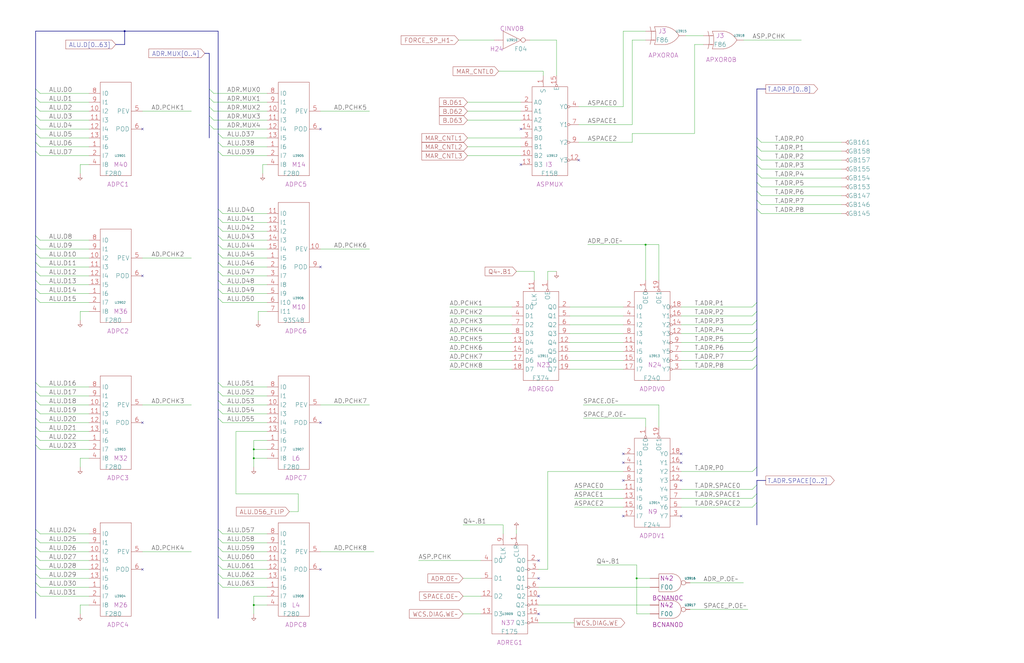
<source format=kicad_sch>
(kicad_sch (version 20250114) (generator "eeschema") (generator_version "9.0")
  (paper "User" 584.2 378.46)
  (title_block (title "ADDRESS BUS PARITY\\nPARITY") (date "15-MAR-90") (rev "1.0") (comment 1 "TYPE") (comment 2 "232-003062") (comment 3 "S400") (comment 4 "RELEASED"))
  (junction (at 144.78 345.44))
  (junction (at 71.12 17.78))
  (junction (at 144.78 261.62))
  (junction (at 368.3 139.7))
  (junction (at 363.22 330.2))
  (junction (at 144.78 256.54))
  (no_connect (at 388.62 259.08))
  (no_connect (at 81.28 157.48))
  (no_connect (at 388.62 274.32))
  (no_connect (at 307.34 350.52))
  (no_connect (at 355.6 259.08))
  (no_connect (at 182.88 325.12))
  (no_connect (at 355.6 294.64))
  (no_connect (at 182.88 73.66))
  (no_connect (at 307.34 320.04))
  (no_connect (at 388.62 294.64))
  (no_connect (at 355.6 264.16))
  (no_connect (at 307.34 340.36))
  (no_connect (at 307.34 330.2))
  (no_connect (at 182.88 241.3))
  (no_connect (at 297.18 73.66))
  (no_connect (at 81.28 241.3))
  (no_connect (at 355.6 274.32))
  (no_connect (at 81.28 325.12))
  (no_connect (at 81.28 73.66))
  (no_connect (at 297.18 93.98))
  (no_connect (at 388.62 264.16))
  (no_connect (at 182.88 152.4))
  (no_connect (at 330.2 91.44))
  (bus_entry (at 20.32 238.76) (size 2.54 2.54))
  (bus_entry (at 431.8 93.98) (size 2.54 2.54))
  (bus_entry (at 124.46 160.02) (size 2.54 2.54))
  (bus_entry (at 119.38 66.04) (size 2.54 2.54))
  (bus_entry (at 431.8 203.2) (size -2.54 2.54))
  (bus_entry (at 20.32 223.52) (size 2.54 2.54))
  (bus_entry (at 20.32 66.04) (size 2.54 2.54))
  (bus_entry (at 124.46 149.86) (size 2.54 2.54))
  (bus_entry (at 124.46 228.6) (size 2.54 2.54))
  (bus_entry (at 431.8 193.04) (size -2.54 2.54))
  (bus_entry (at 20.32 149.86) (size 2.54 2.54))
  (bus_entry (at 124.46 170.18) (size 2.54 2.54))
  (bus_entry (at 431.8 276.86) (size -2.54 2.54))
  (bus_entry (at 20.32 139.7) (size 2.54 2.54))
  (bus_entry (at 431.8 266.7) (size -2.54 2.54))
  (bus_entry (at 124.46 302.26) (size 2.54 2.54))
  (bus_entry (at 431.8 172.72) (size -2.54 2.54))
  (bus_entry (at 124.46 165.1) (size 2.54 2.54))
  (bus_entry (at 20.32 317.5) (size 2.54 2.54))
  (bus_entry (at 124.46 312.42) (size 2.54 2.54))
  (bus_entry (at 124.46 86.36) (size 2.54 2.54))
  (bus_entry (at 431.8 281.94) (size -2.54 2.54))
  (bus_entry (at 20.32 254) (size 2.54 2.54))
  (bus_entry (at 124.46 76.2) (size 2.54 2.54))
  (bus_entry (at 20.32 248.92) (size 2.54 2.54))
  (bus_entry (at 124.46 144.78) (size 2.54 2.54))
  (bus_entry (at 119.38 71.12) (size 2.54 2.54))
  (bus_entry (at 20.32 337.82) (size 2.54 2.54))
  (bus_entry (at 431.8 182.88) (size -2.54 2.54))
  (bus_entry (at 124.46 154.94) (size 2.54 2.54))
  (bus_entry (at 119.38 55.88) (size 2.54 2.54))
  (bus_entry (at 124.46 119.38) (size 2.54 2.54))
  (bus_entry (at 124.46 317.5) (size 2.54 2.54))
  (bus_entry (at 124.46 218.44) (size 2.54 2.54))
  (bus_entry (at 431.8 83.82) (size 2.54 2.54))
  (bus_entry (at 431.8 187.96) (size -2.54 2.54))
  (bus_entry (at 20.32 50.8) (size 2.54 2.54))
  (bus_entry (at 20.32 86.36) (size 2.54 2.54))
  (bus_entry (at 431.8 99.06) (size 2.54 2.54))
  (bus_entry (at 124.46 81.28) (size 2.54 2.54))
  (bus_entry (at 20.32 327.66) (size 2.54 2.54))
  (bus_entry (at 20.32 71.12) (size 2.54 2.54))
  (bus_entry (at 20.32 144.78) (size 2.54 2.54))
  (bus_entry (at 431.8 88.9) (size 2.54 2.54))
  (bus_entry (at 20.32 322.58) (size 2.54 2.54))
  (bus_entry (at 124.46 238.76) (size 2.54 2.54))
  (bus_entry (at 431.8 208.28) (size -2.54 2.54))
  (bus_entry (at 431.8 114.3) (size 2.54 2.54))
  (bus_entry (at 20.32 233.68) (size 2.54 2.54))
  (bus_entry (at 124.46 322.58) (size 2.54 2.54))
  (bus_entry (at 124.46 134.62) (size 2.54 2.54))
  (bus_entry (at 124.46 124.46) (size 2.54 2.54))
  (bus_entry (at 124.46 139.7) (size 2.54 2.54))
  (bus_entry (at 20.32 307.34) (size 2.54 2.54))
  (bus_entry (at 20.32 302.26) (size 2.54 2.54))
  (bus_entry (at 20.32 55.88) (size 2.54 2.54))
  (bus_entry (at 20.32 154.94) (size 2.54 2.54))
  (bus_entry (at 431.8 119.38) (size 2.54 2.54))
  (bus_entry (at 20.32 81.28) (size 2.54 2.54))
  (bus_entry (at 431.8 109.22) (size 2.54 2.54))
  (bus_entry (at 124.46 233.68) (size 2.54 2.54))
  (bus_entry (at 20.32 243.84) (size 2.54 2.54))
  (bus_entry (at 124.46 332.74) (size 2.54 2.54))
  (bus_entry (at 124.46 307.34) (size 2.54 2.54))
  (bus_entry (at 431.8 198.12) (size -2.54 2.54))
  (bus_entry (at 119.38 60.96) (size 2.54 2.54))
  (bus_entry (at 124.46 327.66) (size 2.54 2.54))
  (bus_entry (at 124.46 223.52) (size 2.54 2.54))
  (bus_entry (at 431.8 78.74) (size 2.54 2.54))
  (bus_entry (at 20.32 160.02) (size 2.54 2.54))
  (bus_entry (at 20.32 312.42) (size 2.54 2.54))
  (bus_entry (at 20.32 76.2) (size 2.54 2.54))
  (bus_entry (at 20.32 165.1) (size 2.54 2.54))
  (bus_entry (at 119.38 50.8) (size 2.54 2.54))
  (bus_entry (at 20.32 332.74) (size 2.54 2.54))
  (bus_entry (at 20.32 170.18) (size 2.54 2.54))
  (bus_entry (at 20.32 218.44) (size 2.54 2.54))
  (bus_entry (at 124.46 129.54) (size 2.54 2.54))
  (bus_entry (at 431.8 287.02) (size -2.54 2.54))
  (bus_entry (at 20.32 134.62) (size 2.54 2.54))
  (bus_entry (at 20.32 60.96) (size 2.54 2.54))
  (bus_entry (at 20.32 228.6) (size 2.54 2.54))
  (bus_entry (at 431.8 104.14) (size 2.54 2.54))
  (bus_entry (at 431.8 177.8) (size -2.54 2.54))
  (bus (pts (xy 124.46 129.54) (xy 124.46 134.62)))
  (bus (pts (xy 431.8 182.88) (xy 431.8 187.96)))
  (bus (pts (xy 20.32 243.84) (xy 20.32 248.92)))
  (bus (pts (xy 20.32 160.02) (xy 20.32 165.1)))
  (wire (pts (xy 22.86 314.96) (xy 50.8 314.96)))
  (wire (pts (xy 434.34 91.44) (xy 480.06 91.44)))
  (wire (pts (xy 50.8 177.8) (xy 45.72 177.8)))
  (wire (pts (xy 22.86 340.36) (xy 50.8 340.36)))
  (wire (pts (xy 22.86 251.46) (xy 50.8 251.46)))
  (bus (pts (xy 20.32 76.2) (xy 20.32 81.28)))
  (wire (pts (xy 22.86 330.2) (xy 50.8 330.2)))
  (wire (pts (xy 375.92 160.02) (xy 375.92 139.7)))
  (wire (pts (xy 368.3 139.7) (xy 335.28 139.7)))
  (wire (pts (xy 307.34 325.12) (xy 312.42 325.12)))
  (wire (pts (xy 396.24 76.2) (xy 396.24 25.4)))
  (wire (pts (xy 363.22 330.2) (xy 370.84 330.2)))
  (wire (pts (xy 312.42 154.94) (xy 312.42 160.02)))
  (wire (pts (xy 22.86 68.58) (xy 50.8 68.58)))
  (wire (pts (xy 144.78 256.54) (xy 152.4 256.54)))
  (wire (pts (xy 363.22 322.58) (xy 340.36 322.58)))
  (bus (pts (xy 124.46 144.78) (xy 124.46 149.86)))
  (wire (pts (xy 325.12 205.74) (xy 355.6 205.74)))
  (wire (pts (xy 127 325.12) (xy 152.4 325.12)))
  (wire (pts (xy 152.4 345.44) (xy 144.78 345.44)))
  (bus (pts (xy 124.46 317.5) (xy 124.46 322.58)))
  (bus (pts (xy 20.32 50.8) (xy 20.32 55.88)))
  (wire (pts (xy 144.78 256.54) (xy 144.78 261.62)))
  (bus (pts (xy 124.46 302.26) (xy 124.46 307.34)))
  (wire (pts (xy 294.64 302.26) (xy 294.64 304.8)))
  (bus (pts (xy 431.8 104.14) (xy 431.8 109.22)))
  (bus (pts (xy 20.32 337.82) (xy 20.32 353.06)))
  (bus (pts (xy 124.46 218.44) (xy 124.46 223.52)))
  (wire (pts (xy 22.86 231.14) (xy 50.8 231.14)))
  (bus (pts (xy 124.46 228.6) (xy 124.46 233.68)))
  (bus (pts (xy 124.46 170.18) (xy 124.46 218.44)))
  (wire (pts (xy 147.32 177.8) (xy 147.32 182.88)))
  (bus (pts (xy 124.46 312.42) (xy 124.46 317.5)))
  (wire (pts (xy 256.54 175.26) (xy 292.1 175.26)))
  (wire (pts (xy 307.34 345.44) (xy 370.84 345.44)))
  (wire (pts (xy 434.34 96.52) (xy 480.06 96.52)))
  (wire (pts (xy 127 147.32) (xy 152.4 147.32)))
  (wire (pts (xy 22.86 63.5) (xy 50.8 63.5)))
  (wire (pts (xy 127 78.74) (xy 152.4 78.74)))
  (bus (pts (xy 20.32 154.94) (xy 20.32 160.02)))
  (bus (pts (xy 20.32 71.12) (xy 20.32 76.2)))
  (bus (pts (xy 20.32 302.26) (xy 20.32 307.34)))
  (bus (pts (xy 20.32 307.34) (xy 20.32 312.42)))
  (bus (pts (xy 20.32 218.44) (xy 20.32 223.52)))
  (wire (pts (xy 152.4 177.8) (xy 147.32 177.8)))
  (wire (pts (xy 45.72 93.98) (xy 45.72 99.06)))
  (wire (pts (xy 127 142.24) (xy 152.4 142.24)))
  (wire (pts (xy 22.86 78.74) (xy 50.8 78.74)))
  (wire (pts (xy 127 137.16) (xy 152.4 137.16)))
  (bus (pts (xy 20.32 134.62) (xy 20.32 139.7)))
  (wire (pts (xy 50.8 261.62) (xy 45.72 261.62)))
  (bus (pts (xy 20.32 55.88) (xy 20.32 60.96)))
  (bus (pts (xy 20.32 327.66) (xy 20.32 332.74)))
  (wire (pts (xy 127 335.28) (xy 152.4 335.28)))
  (wire (pts (xy 264.16 350.52) (xy 274.32 350.52)))
  (wire (pts (xy 81.28 314.96) (xy 109.22 314.96)))
  (wire (pts (xy 434.34 116.84) (xy 480.06 116.84)))
  (wire (pts (xy 317.5 154.94) (xy 312.42 154.94)))
  (wire (pts (xy 256.54 190.5) (xy 292.1 190.5)))
  (wire (pts (xy 22.86 226.06) (xy 50.8 226.06)))
  (wire (pts (xy 388.62 180.34) (xy 429.26 180.34)))
  (wire (pts (xy 312.42 269.24) (xy 355.6 269.24)))
  (bus (pts (xy 431.8 50.8) (xy 436.88 50.8)))
  (wire (pts (xy 182.88 231.14) (xy 210.82 231.14)))
  (wire (pts (xy 134.62 246.38) (xy 152.4 246.38)))
  (bus (pts (xy 124.46 238.76) (xy 124.46 302.26)))
  (bus (pts (xy 20.32 332.74) (xy 20.32 337.82)))
  (bus (pts (xy 431.8 78.74) (xy 431.8 83.82)))
  (wire (pts (xy 325.12 210.82) (xy 355.6 210.82)))
  (wire (pts (xy 144.78 340.36) (xy 144.78 345.44)))
  (wire (pts (xy 434.34 101.6) (xy 480.06 101.6)))
  (bus (pts (xy 431.8 93.98) (xy 431.8 99.06)))
  (wire (pts (xy 127 88.9) (xy 152.4 88.9)))
  (wire (pts (xy 121.92 53.34) (xy 152.4 53.34)))
  (wire (pts (xy 396.24 25.4) (xy 401.32 25.4)))
  (bus (pts (xy 431.8 187.96) (xy 431.8 193.04)))
  (wire (pts (xy 325.12 175.26) (xy 355.6 175.26)))
  (wire (pts (xy 127 152.4) (xy 152.4 152.4)))
  (wire (pts (xy 22.86 325.12) (xy 50.8 325.12)))
  (bus (pts (xy 124.46 124.46) (xy 124.46 129.54)))
  (bus (pts (xy 119.38 66.04) (xy 119.38 71.12)))
  (bus (pts (xy 431.8 172.72) (xy 431.8 177.8)))
  (bus (pts (xy 431.8 193.04) (xy 431.8 198.12)))
  (wire (pts (xy 388.62 200.66) (xy 429.26 200.66)))
  (wire (pts (xy 170.18 281.94) (xy 134.62 281.94)))
  (wire (pts (xy 22.86 220.98) (xy 50.8 220.98)))
  (wire (pts (xy 388.62 185.42) (xy 429.26 185.42)))
  (wire (pts (xy 388.62 289.56) (xy 429.26 289.56)))
  (wire (pts (xy 434.34 86.36) (xy 480.06 86.36)))
  (wire (pts (xy 81.28 231.14) (xy 109.22 231.14)))
  (bus (pts (xy 66.04 25.4) (xy 71.12 25.4)))
  (wire (pts (xy 434.34 106.68) (xy 480.06 106.68)))
  (wire (pts (xy 266.7 78.74) (xy 297.18 78.74)))
  (wire (pts (xy 127 226.06) (xy 152.4 226.06)))
  (bus (pts (xy 20.32 312.42) (xy 20.32 317.5)))
  (bus (pts (xy 431.8 177.8) (xy 431.8 182.88)))
  (wire (pts (xy 127 309.88) (xy 152.4 309.88)))
  (wire (pts (xy 127 320.04) (xy 152.4 320.04)))
  (wire (pts (xy 393.7 332.74) (xy 424.18 332.74)))
  (wire (pts (xy 238.76 320.04) (xy 274.32 320.04)))
  (wire (pts (xy 144.78 345.44) (xy 144.78 350.52)))
  (bus (pts (xy 124.46 76.2) (xy 124.46 81.28)))
  (wire (pts (xy 22.86 335.28) (xy 50.8 335.28)))
  (wire (pts (xy 256.54 185.42) (xy 292.1 185.42)))
  (bus (pts (xy 20.32 81.28) (xy 20.32 86.36)))
  (wire (pts (xy 127 132.08) (xy 152.4 132.08)))
  (bus (pts (xy 20.32 165.1) (xy 20.32 170.18)))
  (wire (pts (xy 330.2 81.28) (xy 360.68 81.28)))
  (bus (pts (xy 20.32 233.68) (xy 20.32 238.76)))
  (wire (pts (xy 264.16 330.2) (xy 274.32 330.2)))
  (wire (pts (xy 325.12 180.34) (xy 355.6 180.34)))
  (wire (pts (xy 50.8 345.44) (xy 45.72 345.44)))
  (wire (pts (xy 152.4 340.36) (xy 144.78 340.36)))
  (bus (pts (xy 116.84 30.48) (xy 119.38 30.48)))
  (wire (pts (xy 182.88 314.96) (xy 213.36 314.96)))
  (wire (pts (xy 22.86 147.32) (xy 50.8 147.32)))
  (bus (pts (xy 20.32 254) (xy 20.32 302.26)))
  (wire (pts (xy 370.84 350.52) (xy 363.22 350.52)))
  (wire (pts (xy 152.4 93.98) (xy 149.86 93.98)))
  (wire (pts (xy 22.86 53.34) (xy 50.8 53.34)))
  (wire (pts (xy 121.92 58.42) (xy 152.4 58.42)))
  (wire (pts (xy 127 172.72) (xy 152.4 172.72)))
  (bus (pts (xy 431.8 83.82) (xy 431.8 88.9)))
  (wire (pts (xy 127 157.48) (xy 152.4 157.48)))
  (wire (pts (xy 81.28 63.5) (xy 109.22 63.5)))
  (bus (pts (xy 431.8 276.86) (xy 431.8 281.94)))
  (bus (pts (xy 431.8 109.22) (xy 431.8 114.3)))
  (bus (pts (xy 20.32 60.96) (xy 20.32 66.04)))
  (wire (pts (xy 360.68 22.86) (xy 368.3 22.86)))
  (bus (pts (xy 431.8 198.12) (xy 431.8 203.2)))
  (wire (pts (xy 363.22 330.2) (xy 363.22 322.58)))
  (bus (pts (xy 431.8 274.32) (xy 436.88 274.32)))
  (bus (pts (xy 20.32 317.5) (xy 20.32 322.58)))
  (wire (pts (xy 309.88 40.64) (xy 309.88 43.18)))
  (bus (pts (xy 431.8 281.94) (xy 431.8 287.02)))
  (wire (pts (xy 434.34 111.76) (xy 480.06 111.76)))
  (wire (pts (xy 434.34 81.28) (xy 480.06 81.28)))
  (wire (pts (xy 22.86 88.9) (xy 50.8 88.9)))
  (wire (pts (xy 127 330.2) (xy 152.4 330.2)))
  (wire (pts (xy 388.62 190.5) (xy 429.26 190.5)))
  (wire (pts (xy 330.2 60.96) (xy 355.6 60.96)))
  (wire (pts (xy 360.68 71.12) (xy 360.68 22.86)))
  (bus (pts (xy 124.46 160.02) (xy 124.46 165.1)))
  (bus (pts (xy 124.46 233.68) (xy 124.46 238.76)))
  (wire (pts (xy 256.54 195.58) (xy 292.1 195.58)))
  (wire (pts (xy 391.16 20.32) (xy 401.32 20.32)))
  (wire (pts (xy 22.86 137.16) (xy 50.8 137.16)))
  (wire (pts (xy 127 231.14) (xy 152.4 231.14)))
  (wire (pts (xy 325.12 190.5) (xy 355.6 190.5)))
  (bus (pts (xy 124.46 165.1) (xy 124.46 170.18)))
  (wire (pts (xy 22.86 152.4) (xy 50.8 152.4)))
  (bus (pts (xy 431.8 274.32) (xy 431.8 276.86)))
  (wire (pts (xy 360.68 76.2) (xy 396.24 76.2)))
  (wire (pts (xy 127 236.22) (xy 152.4 236.22)))
  (wire (pts (xy 127 167.64) (xy 152.4 167.64)))
  (wire (pts (xy 165.1 292.1) (xy 170.18 292.1)))
  (bus (pts (xy 20.32 139.7) (xy 20.32 144.78)))
  (wire (pts (xy 325.12 185.42) (xy 355.6 185.42)))
  (wire (pts (xy 127 314.96) (xy 152.4 314.96)))
  (bus (pts (xy 20.32 17.78) (xy 20.32 50.8)))
  (wire (pts (xy 284.48 40.64) (xy 309.88 40.64)))
  (bus (pts (xy 431.8 88.9) (xy 431.8 93.98)))
  (wire (pts (xy 182.88 63.5) (xy 210.82 63.5)))
  (wire (pts (xy 363.22 350.52) (xy 363.22 330.2)))
  (bus (pts (xy 431.8 208.28) (xy 431.8 266.7)))
  (bus (pts (xy 431.8 50.8) (xy 431.8 78.74)))
  (wire (pts (xy 388.62 279.4) (xy 429.26 279.4)))
  (bus (pts (xy 124.46 81.28) (xy 124.46 86.36)))
  (wire (pts (xy 22.86 172.72) (xy 50.8 172.72)))
  (wire (pts (xy 266.7 83.82) (xy 297.18 83.82)))
  (wire (pts (xy 393.7 347.98) (xy 426.72 347.98)))
  (bus (pts (xy 124.46 17.78) (xy 124.46 76.2)))
  (wire (pts (xy 266.7 88.9) (xy 297.18 88.9)))
  (wire (pts (xy 388.62 175.26) (xy 429.26 175.26)))
  (wire (pts (xy 368.3 238.76) (xy 332.74 238.76)))
  (wire (pts (xy 134.62 281.94) (xy 134.62 246.38)))
  (bus (pts (xy 124.46 134.62) (xy 124.46 139.7)))
  (bus (pts (xy 431.8 287.02) (xy 431.8 299.72)))
  (wire (pts (xy 50.8 93.98) (xy 45.72 93.98)))
  (wire (pts (xy 22.86 83.82) (xy 50.8 83.82)))
  (wire (pts (xy 127 304.8) (xy 152.4 304.8)))
  (wire (pts (xy 22.86 304.8) (xy 50.8 304.8)))
  (wire (pts (xy 424.18 22.86) (xy 457.2 22.86)))
  (wire (pts (xy 127 83.82) (xy 152.4 83.82)))
  (wire (pts (xy 368.3 243.84) (xy 368.3 238.76)))
  (wire (pts (xy 388.62 195.58) (xy 429.26 195.58)))
  (wire (pts (xy 256.54 180.34) (xy 292.1 180.34)))
  (wire (pts (xy 121.92 73.66) (xy 152.4 73.66)))
  (wire (pts (xy 256.54 210.82) (xy 292.1 210.82)))
  (wire (pts (xy 45.72 177.8) (xy 45.72 182.88)))
  (bus (pts (xy 71.12 25.4) (xy 71.12 17.78)))
  (wire (pts (xy 327.66 289.56) (xy 355.6 289.56)))
  (wire (pts (xy 127 127) (xy 152.4 127)))
  (wire (pts (xy 22.86 58.42) (xy 50.8 58.42)))
  (bus (pts (xy 124.46 307.34) (xy 124.46 312.42)))
  (wire (pts (xy 266.7 58.42) (xy 297.18 58.42)))
  (wire (pts (xy 388.62 205.74) (xy 429.26 205.74)))
  (wire (pts (xy 144.78 251.46) (xy 144.78 256.54)))
  (wire (pts (xy 22.86 162.56) (xy 50.8 162.56)))
  (wire (pts (xy 375.92 243.84) (xy 375.92 231.14)))
  (wire (pts (xy 302.26 22.86) (xy 317.5 22.86)))
  (wire (pts (xy 312.42 325.12) (xy 312.42 269.24)))
  (bus (pts (xy 119.38 55.88) (xy 119.38 60.96)))
  (wire (pts (xy 81.28 147.32) (xy 109.22 147.32)))
  (wire (pts (xy 325.12 195.58) (xy 355.6 195.58)))
  (wire (pts (xy 22.86 167.64) (xy 50.8 167.64)))
  (wire (pts (xy 307.34 335.28) (xy 370.84 335.28)))
  (wire (pts (xy 121.92 63.5) (xy 152.4 63.5)))
  (bus (pts (xy 20.32 86.36) (xy 20.32 134.62)))
  (wire (pts (xy 327.66 284.48) (xy 355.6 284.48)))
  (bus (pts (xy 124.46 332.74) (xy 124.46 353.06)))
  (wire (pts (xy 127 241.3) (xy 152.4 241.3)))
  (wire (pts (xy 149.86 93.98) (xy 149.86 99.06)))
  (wire (pts (xy 22.86 241.3) (xy 50.8 241.3)))
  (wire (pts (xy 45.72 261.62) (xy 45.72 266.7)))
  (wire (pts (xy 127 220.98) (xy 152.4 220.98)))
  (bus (pts (xy 431.8 99.06) (xy 431.8 104.14)))
  (wire (pts (xy 127 162.56) (xy 152.4 162.56)))
  (bus (pts (xy 124.46 327.66) (xy 124.46 332.74)))
  (wire (pts (xy 22.86 256.54) (xy 50.8 256.54)))
  (bus (pts (xy 20.32 170.18) (xy 20.32 218.44)))
  (bus (pts (xy 20.32 238.76) (xy 20.32 243.84)))
  (bus (pts (xy 431.8 114.3) (xy 431.8 119.38)))
  (wire (pts (xy 45.72 345.44) (xy 45.72 350.52)))
  (wire (pts (xy 304.8 160.02) (xy 304.8 154.94)))
  (wire (pts (xy 22.86 157.48) (xy 50.8 157.48)))
  (bus (pts (xy 20.32 223.52) (xy 20.32 228.6)))
  (bus (pts (xy 124.46 139.7) (xy 124.46 144.78)))
  (wire (pts (xy 22.86 236.22) (xy 50.8 236.22)))
  (wire (pts (xy 375.92 231.14) (xy 332.74 231.14)))
  (wire (pts (xy 144.78 261.62) (xy 144.78 266.7)))
  (wire (pts (xy 294.64 154.94) (xy 304.8 154.94)))
  (bus (pts (xy 431.8 203.2) (xy 431.8 208.28)))
  (wire (pts (xy 182.88 142.24) (xy 210.82 142.24)))
  (bus (pts (xy 20.32 149.86) (xy 20.32 154.94)))
  (bus (pts (xy 119.38 60.96) (xy 119.38 66.04)))
  (bus (pts (xy 124.46 154.94) (xy 124.46 160.02)))
  (wire (pts (xy 317.5 22.86) (xy 317.5 43.18)))
  (bus (pts (xy 20.32 66.04) (xy 20.32 71.12)))
  (bus (pts (xy 431.8 119.38) (xy 431.8 172.72)))
  (wire (pts (xy 330.2 71.12) (xy 360.68 71.12)))
  (bus (pts (xy 431.8 266.7) (xy 431.8 271.78)))
  (wire (pts (xy 170.18 292.1) (xy 170.18 281.94)))
  (wire (pts (xy 327.66 279.4) (xy 355.6 279.4)))
  (wire (pts (xy 325.12 200.66) (xy 355.6 200.66)))
  (wire (pts (xy 368.3 160.02) (xy 368.3 139.7)))
  (wire (pts (xy 261.62 22.86) (xy 281.94 22.86)))
  (wire (pts (xy 264.16 340.36) (xy 274.32 340.36)))
  (wire (pts (xy 287.02 299.72) (xy 264.16 299.72)))
  (wire (pts (xy 22.86 320.04) (xy 50.8 320.04)))
  (bus (pts (xy 119.38 71.12) (xy 119.38 78.74)))
  (wire (pts (xy 388.62 210.82) (xy 429.26 210.82)))
  (wire (pts (xy 355.6 60.96) (xy 355.6 17.78)))
  (bus (pts (xy 119.38 50.8) (xy 119.38 55.88)))
  (wire (pts (xy 388.62 284.48) (xy 429.26 284.48)))
  (wire (pts (xy 22.86 246.38) (xy 50.8 246.38)))
  (bus (pts (xy 20.32 322.58) (xy 20.32 327.66)))
  (wire (pts (xy 434.34 121.92) (xy 480.06 121.92)))
  (wire (pts (xy 375.92 139.7) (xy 368.3 139.7)))
  (wire (pts (xy 388.62 269.24) (xy 429.26 269.24)))
  (wire (pts (xy 287.02 304.8) (xy 287.02 299.72)))
  (wire (pts (xy 266.7 63.5) (xy 297.18 63.5)))
  (wire (pts (xy 127 121.92) (xy 152.4 121.92)))
  (bus (pts (xy 124.46 322.58) (xy 124.46 327.66)))
  (wire (pts (xy 256.54 200.66) (xy 292.1 200.66)))
  (wire (pts (xy 152.4 251.46) (xy 144.78 251.46)))
  (wire (pts (xy 355.6 17.78) (xy 368.3 17.78)))
  (wire (pts (xy 360.68 81.28) (xy 360.68 76.2)))
  (wire (pts (xy 22.86 309.88) (xy 50.8 309.88)))
  (bus (pts (xy 20.32 17.78) (xy 71.12 17.78)))
  (wire (pts (xy 266.7 68.58) (xy 297.18 68.58)))
  (wire (pts (xy 22.86 73.66) (xy 50.8 73.66)))
  (bus (pts (xy 20.32 228.6) (xy 20.32 233.68)))
  (bus (pts (xy 71.12 17.78) (xy 124.46 17.78)))
  (wire (pts (xy 256.54 205.74) (xy 292.1 205.74)))
  (bus (pts (xy 20.32 248.92) (xy 20.32 254)))
  (bus (pts (xy 119.38 30.48) (xy 119.38 50.8)))
  (bus (pts (xy 124.46 223.52) (xy 124.46 228.6)))
  (bus (pts (xy 124.46 86.36) (xy 124.46 119.38)))
  (wire (pts (xy 121.92 68.58) (xy 152.4 68.58)))
  (wire (pts (xy 22.86 142.24) (xy 50.8 142.24)))
  (bus (pts (xy 124.46 119.38) (xy 124.46 124.46)))
  (bus (pts (xy 124.46 149.86) (xy 124.46 154.94)))
  (wire (pts (xy 152.4 261.62) (xy 144.78 261.62)))
  (bus (pts (xy 20.32 144.78) (xy 20.32 149.86)))
  (wire (pts (xy 307.34 355.6) (xy 327.66 355.6)))
  (label "ASPACE0" (at 335.28 60.96 0) (effects (font (size 2.54 2.54))))
  (label "ASPACE0" (at 327.66 279.4 0) (effects (font (size 2.54 2.54))))
  (label "T.ADR.P1" (at 396.24 175.26 0) (effects (font (size 2.54 2.54))))
  (label "AD.PCHK4" (at 256.54 190.5 0) (effects (font (size 2.54 2.54))))
  (label "ALU.D54" (at 129.54 236.22 0) (effects (font (size 2.54 2.54))))
  (label "AD.PCHK7" (at 190.5 231.14 0) (effects (font (size 2.54 2.54))))
  (label "T.ADR.P8" (at 396.24 210.82 0) (effects (font (size 2.54 2.54))))
  (label "T.ADR.P3" (at 396.24 185.42 0) (effects (font (size 2.54 2.54))))
  (label "AD.PCHK1" (at 256.54 175.26 0) (effects (font (size 2.54 2.54))))
  (label "ADR.MUX4" (at 129.54 73.66 0) (effects (font (size 2.54 2.54))))
  (label "T.ADR.P4" (at 441.96 101.6 0) (effects (font (size 2.54 2.54))))
  (label "ADR.MUX3" (at 129.54 68.58 0) (effects (font (size 2.54 2.54))))
  (label "ALU.D43" (at 129.54 137.16 0) (effects (font (size 2.54 2.54))))
  (label "T.ADR.P5" (at 441.96 106.68 0) (effects (font (size 2.54 2.54))))
  (label "ALU.D51" (at 129.54 220.98 0) (effects (font (size 2.54 2.54))))
  (label "ADR.MUX0" (at 129.54 53.34 0) (effects (font (size 2.54 2.54))))
  (label "ALU.D49" (at 129.54 167.64 0) (effects (font (size 2.54 2.54))))
  (label "ALU.D60" (at 129.54 320.04 0) (effects (font (size 2.54 2.54))))
  (label "ALU.D1" (at 27.94 58.42 0) (effects (font (size 2.54 2.54))))
  (label "ALU.D31" (at 27.94 340.36 0) (effects (font (size 2.54 2.54))))
  (label "ASP.PCHK" (at 429.26 22.86 0) (effects (font (size 2.54 2.54))))
  (label "ALU.D12" (at 27.94 157.48 0) (effects (font (size 2.54 2.54))))
  (label "ALU.D20" (at 27.94 241.3 0) (effects (font (size 2.54 2.54))))
  (label "T.ADR.P1" (at 441.96 86.36 0) (effects (font (size 2.54 2.54))))
  (label "ALU.D11" (at 27.94 152.4 0) (effects (font (size 2.54 2.54))))
  (label "ALU.D53" (at 129.54 231.14 0) (effects (font (size 2.54 2.54))))
  (label "ALU.D47" (at 129.54 157.48 0) (effects (font (size 2.54 2.54))))
  (label "ALU.D15" (at 27.94 172.72 0) (effects (font (size 2.54 2.54))))
  (label "ALU.D46" (at 129.54 152.4 0) (effects (font (size 2.54 2.54))))
  (label "ALU.D21" (at 27.94 246.38 0) (effects (font (size 2.54 2.54))))
  (label "ALU.D30" (at 27.94 335.28 0) (effects (font (size 2.54 2.54))))
  (label "ALU.D14" (at 27.94 167.64 0) (effects (font (size 2.54 2.54))))
  (label "T.ADR.P2" (at 441.96 91.44 0) (effects (font (size 2.54 2.54))))
  (label "ALU.D50" (at 129.54 172.72 0) (effects (font (size 2.54 2.54))))
  (label "ALU.D57" (at 129.54 304.8 0) (effects (font (size 2.54 2.54))))
  (label "SPACE_P.OE~" (at 401.32 347.98 0) (effects (font (size 2.54 2.54))))
  (label "ALU.D58" (at 129.54 309.88 0) (effects (font (size 2.54 2.54))))
  (label "SPACE_P.OE~" (at 332.74 238.76 0) (effects (font (size 2.54 2.54))))
  (label "ALU.D40" (at 129.54 121.92 0) (effects (font (size 2.54 2.54))))
  (label "ALU.D61" (at 129.54 325.12 0) (effects (font (size 2.54 2.54))))
  (label "ASPACE2" (at 335.28 81.28 0) (effects (font (size 2.54 2.54))))
  (label "ALU.D42" (at 129.54 132.08 0) (effects (font (size 2.54 2.54))))
  (label "ASPACE2" (at 327.66 289.56 0) (effects (font (size 2.54 2.54))))
  (label "AD.PCHK3" (at 256.54 185.42 0) (effects (font (size 2.54 2.54))))
  (label "T.ADR.P7" (at 441.96 116.84 0) (effects (font (size 2.54 2.54))))
  (label "ALU.D45" (at 129.54 147.32 0) (effects (font (size 2.54 2.54))))
  (label "ALU.D27" (at 27.94 320.04 0) (effects (font (size 2.54 2.54))))
  (label "AD.PCHK5" (at 256.54 195.58 0) (effects (font (size 2.54 2.54))))
  (label "AD.PCHK2" (at 86.36 147.32 0) (effects (font (size 2.54 2.54))))
  (label "ALU.D25" (at 27.94 309.88 0) (effects (font (size 2.54 2.54))))
  (label "AD.PCHK6" (at 256.54 200.66 0) (effects (font (size 2.54 2.54))))
  (label "ADR_P.OE~" (at 401.32 332.74 0) (effects (font (size 2.54 2.54))))
  (label "AD.PCHK5" (at 190.5 63.5 0) (effects (font (size 2.54 2.54))))
  (label "ALU.D28" (at 27.94 325.12 0) (effects (font (size 2.54 2.54))))
  (label "T.ADR.P2" (at 396.24 180.34 0) (effects (font (size 2.54 2.54))))
  (label "ALU.D13" (at 27.94 162.56 0) (effects (font (size 2.54 2.54))))
  (label "ALU.D52" (at 129.54 226.06 0) (effects (font (size 2.54 2.54))))
  (label "ALU.D4" (at 27.94 73.66 0) (effects (font (size 2.54 2.54))))
  (label "AD.PCHK4" (at 86.36 314.96 0) (effects (font (size 2.54 2.54))))
  (label "Q4~.B1" (at 264.16 299.72 0) (effects (font (size 2.54 2.54))))
  (label "AD.PCHK1" (at 86.36 63.5 0) (effects (font (size 2.54 2.54))))
  (label "ALU.D9" (at 27.94 142.24 0) (effects (font (size 2.54 2.54))))
  (label "ALU.D10" (at 27.94 147.32 0) (effects (font (size 2.54 2.54))))
  (label "AD.PCHK2" (at 256.54 180.34 0) (effects (font (size 2.54 2.54))))
  (label "ADR_P.OE~" (at 335.28 139.7 0) (effects (font (size 2.54 2.54))))
  (label "ALU.D6" (at 27.94 83.82 0) (effects (font (size 2.54 2.54))))
  (label "AD.PCHK6" (at 190.5 142.24 0) (effects (font (size 2.54 2.54))))
  (label "ASPACE1" (at 327.66 284.48 0) (effects (font (size 2.54 2.54))))
  (label "ALU.D39" (at 129.54 88.9 0) (effects (font (size 2.54 2.54))))
  (label "T.ADR.P0" (at 396.24 269.24 0) (effects (font (size 2.54 2.54))))
  (label "ALU.D17" (at 27.94 226.06 0) (effects (font (size 2.54 2.54))))
  (label "T.ADR.P4" (at 396.24 190.5 0) (effects (font (size 2.54 2.54))))
  (label "T.ADR.P6" (at 441.96 111.76 0) (effects (font (size 2.54 2.54))))
  (label "ALU.D44" (at 129.54 142.24 0) (effects (font (size 2.54 2.54))))
  (label "ALU.D18" (at 27.94 231.14 0) (effects (font (size 2.54 2.54))))
  (label "ALU.D0" (at 27.94 53.34 0) (effects (font (size 2.54 2.54))))
  (label "SPACE.OE~" (at 332.74 231.14 0) (effects (font (size 2.54 2.54))))
  (label "AD.PCHK3" (at 86.36 231.14 0) (effects (font (size 2.54 2.54))))
  (label "ALU.D55" (at 129.54 241.3 0) (effects (font (size 2.54 2.54))))
  (label "ASPACE1" (at 335.28 71.12 0) (effects (font (size 2.54 2.54))))
  (label "T.ADR.P8" (at 441.96 121.92 0) (effects (font (size 2.54 2.54))))
  (label "ALU.D63" (at 129.54 335.28 0) (effects (font (size 2.54 2.54))))
  (label "ASP.PCHK" (at 238.76 320.04 0) (effects (font (size 2.54 2.54))))
  (label "ALU.D24" (at 27.94 304.8 0) (effects (font (size 2.54 2.54))))
  (label "ALU.D26" (at 27.94 314.96 0) (effects (font (size 2.54 2.54))))
  (label "ALU.D29" (at 27.94 330.2 0) (effects (font (size 2.54 2.54))))
  (label "T.ADR.SPACE2" (at 396.24 289.56 0) (effects (font (size 2.54 2.54))))
  (label "ADR.MUX2" (at 129.54 63.5 0) (effects (font (size 2.54 2.54))))
  (label "ADR.MUX1" (at 129.54 58.42 0) (effects (font (size 2.54 2.54))))
  (label "T.ADR.P5" (at 396.24 195.58 0) (effects (font (size 2.54 2.54))))
  (label "ALU.D59" (at 129.54 314.96 0) (effects (font (size 2.54 2.54))))
  (label "ALU.D19" (at 27.94 236.22 0) (effects (font (size 2.54 2.54))))
  (label "ALU.D3" (at 27.94 68.58 0) (effects (font (size 2.54 2.54))))
  (label "Q4~.B1" (at 340.36 322.58 0) (effects (font (size 2.54 2.54))))
  (label "AD.PCHK7" (at 256.54 205.74 0) (effects (font (size 2.54 2.54))))
  (label "ALU.D48" (at 129.54 162.56 0) (effects (font (size 2.54 2.54))))
  (label "ALU.D5" (at 27.94 78.74 0) (effects (font (size 2.54 2.54))))
  (label "ALU.D38" (at 129.54 83.82 0) (effects (font (size 2.54 2.54))))
  (label "ALU.D16" (at 27.94 220.98 0) (effects (font (size 2.54 2.54))))
  (label "ALU.D37" (at 129.54 78.74 0) (effects (font (size 2.54 2.54))))
  (label "ALU.D23" (at 27.94 256.54 0) (effects (font (size 2.54 2.54))))
  (label "T.ADR.SPACE1" (at 396.24 284.48 0) (effects (font (size 2.54 2.54))))
  (label "T.ADR.SPACE0" (at 396.24 279.4 0) (effects (font (size 2.54 2.54))))
  (label "AD.PCHK8" (at 256.54 210.82 0) (effects (font (size 2.54 2.54))))
  (label "ALU.D41" (at 129.54 127 0) (effects (font (size 2.54 2.54))))
  (label "ALU.D62" (at 129.54 330.2 0) (effects (font (size 2.54 2.54))))
  (label "ALU.D2" (at 27.94 63.5 0) (effects (font (size 2.54 2.54))))
  (label "AD.PCHK8" (at 190.5 314.96 0) (effects (font (size 2.54 2.54))))
  (label "ALU.D22" (at 27.94 251.46 0) (effects (font (size 2.54 2.54))))
  (label "T.ADR.P3" (at 441.96 96.52 0) (effects (font (size 2.54 2.54))))
  (label "ALU.D8" (at 27.94 137.16 0) (effects (font (size 2.54 2.54))))
  (label "ALU.D7" (at 27.94 88.9 0) (effects (font (size 2.54 2.54))))
  (label "T.ADR.P6" (at 396.24 200.66 0) (effects (font (size 2.54 2.54))))
  (label "T.ADR.P7" (at 396.24 205.74 0) (effects (font (size 2.54 2.54))))
  (label "T.ADR.P0" (at 441.96 81.28 0) (effects (font (size 2.54 2.54))))
  (global_label "B.D61" (shape input) (at 266.7 58.42 180) (effects (font (size 2.54 2.54))) (property "Intersheetrefs" "${INTERSHEET_REFS}" (at 250.7464 58.2613 0) (effects (font (size 1.905 1.905)) (justify right))))
  (global_label "B.D63" (shape input) (at 266.7 68.58 180) (effects (font (size 2.54 2.54))) (property "Intersheetrefs" "${INTERSHEET_REFS}" (at 250.7464 68.4213 0) (effects (font (size 1.905 1.905)) (justify right))))
  (global_label "T.ADR.SPACE[0..2]" (shape output) (at 436.88 274.32 0) (effects (font (size 2.54 2.54))) (property "Intersheetrefs" "${INTERSHEET_REFS}" (at 475.9355 274.1613 0) (effects (font (size 1.905 1.905)) (justify left))))
  (global_label "MAR_CNTL0" (shape input) (at 284.48 40.64 180) (effects (font (size 2.54 2.54))) (property "Intersheetrefs" "${INTERSHEET_REFS}" (at 258.4873 40.4813 0) (effects (font (size 1.905 1.905)) (justify right))))
  (global_label "T.ADR.P[0..8]" (shape output) (at 436.88 50.8 0) (effects (font (size 2.54 2.54))) (property "Intersheetrefs" "${INTERSHEET_REFS}" (at 466.5012 50.6413 0) (effects (font (size 1.905 1.905)) (justify left))))
  (global_label "Q4~.B1" (shape input) (at 294.64 154.94 180) (effects (font (size 2.54 2.54))) (property "Intersheetrefs" "${INTERSHEET_REFS}" (at 276.7511 154.7813 0) (effects (font (size 1.905 1.905)) (justify right))))
  (global_label "MAR_CNTL2" (shape input) (at 266.7 83.82 180) (effects (font (size 2.54 2.54))) (property "Intersheetrefs" "${INTERSHEET_REFS}" (at 240.7073 83.6613 0) (effects (font (size 1.905 1.905)) (justify right))))
  (global_label "MAR_CNTL3" (shape input) (at 266.7 88.9 180) (effects (font (size 2.54 2.54))) (property "Intersheetrefs" "${INTERSHEET_REFS}" (at 240.7073 88.7413 0) (effects (font (size 1.905 1.905)) (justify right))))
  (global_label "ALU.D[0..63]" (shape input) (at 66.04 25.4 180) (effects (font (size 2.54 2.54))) (property "Intersheetrefs" "${INTERSHEET_REFS}" (at 37.5073 25.2413 0) (effects (font (size 1.905 1.905)) (justify right))))
  (global_label "ADR.OE~" (shape input) (at 264.16 330.2 180) (effects (font (size 2.54 2.54))) (property "Intersheetrefs" "${INTERSHEET_REFS}" (at 244.094 330.0413 0) (effects (font (size 1.905 1.905)) (justify right))))
  (global_label "MAR_CNTL1" (shape input) (at 266.7 78.74 180) (effects (font (size 2.54 2.54))) (property "Intersheetrefs" "${INTERSHEET_REFS}" (at 240.7073 78.5813 0) (effects (font (size 1.905 1.905)) (justify right))))
  (global_label "SPACE.OE~" (shape input) (at 264.16 340.36 180) (effects (font (size 2.54 2.54))) (property "Intersheetrefs" "${INTERSHEET_REFS}" (at 239.3769 340.2013 0) (effects (font (size 1.905 1.905)) (justify right))))
  (global_label "ADR.MUX[0..4]" (shape input) (at 116.84 30.48 180) (effects (font (size 2.54 2.54))) (property "Intersheetrefs" "${INTERSHEET_REFS}" (at 84.9207 30.3213 0) (effects (font (size 1.905 1.905)) (justify right))))
  (global_label "FORCE_SP_H1~" (shape input) (at 261.62 22.86 180) (effects (font (size 2.54 2.54))) (property "Intersheetrefs" "${INTERSHEET_REFS}" (at 228.854 22.7013 0) (effects (font (size 1.905 1.905)) (justify right))))
  (global_label "WCS.DIAG.WE" (shape output) (at 327.66 355.6 0) (effects (font (size 2.54 2.54))) (property "Intersheetrefs" "${INTERSHEET_REFS}" (at 356.4346 355.4413 0) (effects (font (size 1.905 1.905)) (justify left))))
  (global_label "ALU.D56_FLIP" (shape input) (at 165.1 292.1 180) (effects (font (size 2.54 2.54))) (property "Intersheetrefs" "${INTERSHEET_REFS}" (at 134.874 291.9413 0) (effects (font (size 1.905 1.905)) (justify right))))
  (global_label "B.D62" (shape input) (at 266.7 63.5 180) (effects (font (size 2.54 2.54))) (property "Intersheetrefs" "${INTERSHEET_REFS}" (at 250.7464 63.3413 0) (effects (font (size 1.905 1.905)) (justify right))))
  (global_label "WCS.DIAG.WE~" (shape input) (at 264.16 350.52 180) (effects (font (size 2.54 2.54))) (property "Intersheetrefs" "${INTERSHEET_REFS}" (at 233.5711 350.3613 0) (effects (font (size 1.905 1.905)) (justify right))))
  (symbol (lib_id "r1000:F280") (at 167.64 345.44 0) (unit 1)
    (property "Reference" "U3908" (at 170.18 340.36 0))
    (property "Value" "F280" (at 161.29 350.52 0) (effects (font (size 2.54 2.54)) (justify left)))
    (property "Location" "L4" (at 166.37 345.44 0) (effects (font (size 2.54 2.54)) (justify left)))
    (property "Name" "ADPC8" (at 168.91 358.14 0) (effects (font (size 2.54 2.54)) (justify bottom)))
  )
  (symbol (lib_id "r1000:PD") (at 45.72 99.06 0) (unit 1) (in_bom no)
    (property "Reference" "#PWR03901" (effects (hide yes)))
    (property "Value" "PD" (effects (hide yes)))
  )
  (symbol (lib_id "r1000:GB") (at 480.06 116.84 0) (unit 1)
    (property "Reference" "GB146" (at 483.87 116.84 0) (effects (font (size 2.54 2.54)) (justify left)))
    (property "Value" "GB" (effects (hide yes)))
  )
  (symbol (lib_id "r1000:F280") (at 66.04 345.44 0) (unit 1)
    (property "Reference" "U3904" (at 68.58 340.36 0))
    (property "Value" "F280" (at 59.69 350.52 0) (effects (font (size 2.54 2.54)) (justify left)))
    (property "Location" "M26" (at 64.77 345.44 0) (effects (font (size 2.54 2.54)) (justify left)))
    (property "Name" "ADPC4" (at 67.31 358.14 0) (effects (font (size 2.54 2.54)) (justify bottom)))
  )
  (symbol (lib_id "r1000:F04") (at 292.1 22.86 0) (unit 1)
    (property "Reference" "U3910" (at 292.1 22.86 0))
    (property "Value" "F04" (at 293.37 27.94 0) (effects (font (size 2.54 2.54)) (justify left)))
    (property "Location" "H24" (at 279.4 27.94 0) (effects (font (size 2.54 2.54)) (justify left)))
    (property "Name" "CINV0B" (at 292.1 17.78 0) (effects (font (size 2.54 2.54)) (justify bottom)))
  )
  (symbol (lib_id "r1000:PU") (at 294.64 302.26 0) (unit 1)
    (property "Reference" "#PWR03909" (effects (hide yes)))
    (property "Value" "PU" (effects (hide yes)))
  )
  (symbol (lib_id "r1000:GB") (at 480.06 86.36 0) (unit 1)
    (property "Reference" "GB158" (at 483.87 86.36 0) (effects (font (size 2.54 2.54)) (justify left)))
    (property "Value" "GB" (effects (hide yes)))
  )
  (symbol (lib_id "r1000:PD") (at 144.78 266.7 0) (unit 1) (in_bom no)
    (property "Reference" "#PWR03905" (effects (hide yes)))
    (property "Value" "PD" (effects (hide yes)))
  )
  (symbol (lib_id "r1000:93S48") (at 167.64 175.26 0) (unit 1)
    (property "Reference" "U3906" (at 170.18 170.18 0))
    (property "Value" "93S48" (at 161.29 182.88 0) (effects (font (size 2.54 2.54)) (justify left)))
    (property "Location" "M10" (at 166.37 175.26 0) (effects (font (size 2.54 2.54)) (justify left)))
    (property "Name" "ADPC6" (at 168.91 190.5 0) (effects (font (size 2.54 2.54)) (justify bottom)))
  )
  (symbol (lib_id "r1000:F374") (at 307.34 208.28 0) (unit 1)
    (property "Reference" "U3911" (at 309.88 203.2 0))
    (property "Value" "F374" (at 303.53 215.9 0) (effects (font (size 2.54 2.54)) (justify left)))
    (property "Location" "N23" (at 306.07 208.28 0) (effects (font (size 2.54 2.54)) (justify left)))
    (property "Name" "ADREG0" (at 308.61 223.52 0) (effects (font (size 2.54 2.54)) (justify bottom)))
  )
  (symbol (lib_id "r1000:PD") (at 45.72 350.52 0) (unit 1) (in_bom no)
    (property "Reference" "#PWR03904" (effects (hide yes)))
    (property "Value" "PD" (effects (hide yes)))
  )
  (symbol (lib_id "r1000:F280") (at 167.64 261.62 0) (unit 1)
    (property "Reference" "U3907" (at 170.18 256.54 0))
    (property "Value" "F280" (at 161.29 266.7 0) (effects (font (size 2.54 2.54)) (justify left)))
    (property "Location" "L6" (at 166.37 261.62 0) (effects (font (size 2.54 2.54)) (justify left)))
    (property "Name" "ADPC7" (at 168.91 274.32 0) (effects (font (size 2.54 2.54)) (justify bottom)))
  )
  (symbol (lib_id "r1000:F280") (at 66.04 93.98 0) (unit 1)
    (property "Reference" "U3901" (at 68.58 88.9 0))
    (property "Value" "F280" (at 59.69 99.06 0) (effects (font (size 2.54 2.54)) (justify left)))
    (property "Location" "M40" (at 64.77 93.98 0) (effects (font (size 2.54 2.54)) (justify left)))
    (property "Name" "ADPC1" (at 67.31 106.68 0) (effects (font (size 2.54 2.54)) (justify bottom)))
  )
  (symbol (lib_id "r1000:F280") (at 66.04 261.62 0) (unit 1)
    (property "Reference" "U3903" (at 68.58 256.54 0))
    (property "Value" "F280" (at 59.69 266.7 0) (effects (font (size 2.54 2.54)) (justify left)))
    (property "Location" "M32" (at 64.77 261.62 0) (effects (font (size 2.54 2.54)) (justify left)))
    (property "Name" "ADPC3" (at 67.31 274.32 0) (effects (font (size 2.54 2.54)) (justify bottom)))
  )
  (symbol (lib_id "r1000:F280") (at 66.04 177.8 0) (unit 1)
    (property "Reference" "U3902" (at 68.58 172.72 0))
    (property "Value" "F280" (at 59.69 182.88 0) (effects (font (size 2.54 2.54)) (justify left)))
    (property "Location" "M36" (at 64.77 177.8 0) (effects (font (size 2.54 2.54)) (justify left)))
    (property "Name" "ADPC2" (at 67.31 190.5 0) (effects (font (size 2.54 2.54)) (justify bottom)))
  )
  (symbol (lib_id "r1000:PD") (at 45.72 266.7 0) (unit 1) (in_bom no)
    (property "Reference" "#PWR03903" (effects (hide yes)))
    (property "Value" "PD" (effects (hide yes)))
  )
  (symbol (lib_id "r1000:F175") (at 287.02 355.6 0) (unit 1)
    (property "Reference" "U3909" (at 289.56 350.52 0))
    (property "Value" "F175" (at 285.75 360.68 0) (effects (font (size 2.54 2.54)) (justify left)))
    (property "Location" "N37" (at 285.75 355.6 0) (effects (font (size 2.54 2.54)) (justify left)))
    (property "Name" "ADREG1" (at 290.83 368.3 0) (effects (font (size 2.54 2.54)) (justify bottom)))
  )
  (symbol (lib_id "r1000:F00") (at 378.46 345.44 0) (unit 1)
    (property "Reference" "U3917" (at 393.7 345.44 0))
    (property "Value" "F00" (at 380.365 350.52 0) (effects (font (size 2.54 2.54))))
    (property "Location" "N42" (at 380.365 345.44 0) (effects (font (size 2.54 2.54))))
    (property "Name" "BCNAN0D" (at 381 358.14 0) (effects (font (size 2.54 2.54)) (justify bottom)))
  )
  (symbol (lib_id "r1000:PD") (at 144.78 350.52 0) (unit 1) (in_bom no)
    (property "Reference" "#PWR03906" (effects (hide yes)))
    (property "Value" "PD" (effects (hide yes)))
  )
  (symbol (lib_id "r1000:F158") (at 312.42 93.98 0) (unit 1)
    (property "Reference" "U3912" (at 314.96 88.9 0))
    (property "Value" "F158" (at 308.61 99.06 0) (effects (font (size 2.54 2.54)) (justify left)))
    (property "Location" "I3" (at 311.15 93.98 0) (effects (font (size 2.54 2.54)) (justify left)))
    (property "Name" "ASPMUX" (at 313.69 106.68 0) (effects (font (size 2.54 2.54)) (justify bottom)))
  )
  (symbol (lib_id "r1000:PD") (at 147.32 182.88 0) (unit 1) (in_bom no)
    (property "Reference" "#PWR03907" (effects (hide yes)))
    (property "Value" "PD" (effects (hide yes)))
  )
  (symbol (lib_id "r1000:GB") (at 480.06 101.6 0) (unit 1)
    (property "Reference" "GB154" (at 483.87 101.6 0) (effects (font (size 2.54 2.54)) (justify left)))
    (property "Value" "GB" (effects (hide yes)))
  )
  (symbol (lib_id "r1000:PD") (at 317.5 154.94 0) (unit 1) (in_bom no)
    (property "Reference" "#PWR0130" (effects (hide yes)))
    (property "Value" "PD" (effects (hide yes)))
  )
  (symbol (lib_id "r1000:GB") (at 480.06 106.68 0) (unit 1)
    (property "Reference" "GB153" (at 483.87 106.68 0) (effects (font (size 2.54 2.54)) (justify left)))
    (property "Value" "GB" (effects (hide yes)))
  )
  (symbol (lib_id "r1000:F86") (at 375.92 20.32 0) (unit 1)
    (property "Reference" "U3915" (at 388.62 17.78 0))
    (property "Value" "F86" (at 377.825 22.86 0) (effects (font (size 2.54 2.54))))
    (property "Location" "J3" (at 377.825 17.78 0) (effects (font (size 2.54 2.54))))
    (property "Name" "APXOR0A" (at 378.46 33.02 0) (effects (font (size 2.54 2.54)) (justify bottom)))
  )
  (symbol (lib_id "r1000:GB") (at 480.06 91.44 0) (unit 1)
    (property "Reference" "GB157" (at 483.87 91.44 0) (effects (font (size 2.54 2.54)) (justify left)))
    (property "Value" "GB" (effects (hide yes)))
  )
  (symbol (lib_id "r1000:GB") (at 480.06 111.76 0) (unit 1)
    (property "Reference" "GB147" (at 483.87 111.76 0) (effects (font (size 2.54 2.54)) (justify left)))
    (property "Value" "GB" (effects (hide yes)))
  )
  (symbol (lib_id "r1000:F00") (at 378.46 330.2 0) (unit 1)
    (property "Reference" "U3916" (at 393.7 330.2 0))
    (property "Value" "F00" (at 380.365 335.28 0) (effects (font (size 2.54 2.54))))
    (property "Location" "N42" (at 380.365 330.2 0) (effects (font (size 2.54 2.54))))
    (property "Name" "BCNAN0C" (at 381 342.9 0) (effects (font (size 2.54 2.54)) (justify bottom)))
  )
  (symbol (lib_id "r1000:GB") (at 480.06 96.52 0) (unit 1)
    (property "Reference" "GB155" (at 483.87 96.52 0) (effects (font (size 2.54 2.54)) (justify left)))
    (property "Value" "GB" (effects (hide yes)))
  )
  (symbol (lib_id "r1000:GB") (at 480.06 121.92 0) (unit 1)
    (property "Reference" "GB145" (at 483.87 121.92 0) (effects (font (size 2.54 2.54)) (justify left)))
    (property "Value" "GB" (effects (hide yes)))
  )
  (symbol (lib_id "r1000:F244") (at 370.84 292.1 0) (unit 1)
    (property "Reference" "U3914" (at 373.38 287.02 0))
    (property "Value" "F244" (at 367.03 299.72 0) (effects (font (size 2.54 2.54)) (justify left)))
    (property "Location" "N9" (at 369.57 292.1 0) (effects (font (size 2.54 2.54)) (justify left)))
    (property "Name" "ADPDV1" (at 372.11 307.34 0) (effects (font (size 2.54 2.54)) (justify bottom)))
  )
  (symbol (lib_id "r1000:PD") (at 45.72 182.88 0) (unit 1) (in_bom no)
    (property "Reference" "#PWR03902" (effects (hide yes)))
    (property "Value" "PD" (effects (hide yes)))
  )
  (symbol (lib_id "r1000:PD") (at 149.86 99.06 0) (unit 1) (in_bom no)
    (property "Reference" "#PWR03908" (effects (hide yes)))
    (property "Value" "PD" (effects (hide yes)))
  )
  (symbol (lib_id "r1000:GB") (at 480.06 81.28 0) (unit 1)
    (property "Reference" "GB161" (at 483.87 81.28 0) (effects (font (size 2.54 2.54)) (justify left)))
    (property "Value" "GB" (effects (hide yes)))
  )
  (symbol (lib_id "r1000:F240") (at 370.84 208.28 0) (unit 1)
    (property "Reference" "U3913" (at 373.38 203.2 0))
    (property "Value" "F240" (at 367.03 215.9 0) (effects (font (size 2.54 2.54)) (justify left)))
    (property "Location" "N24" (at 369.57 208.28 0) (effects (font (size 2.54 2.54)) (justify left)))
    (property "Name" "ADPDV0" (at 372.11 223.52 0) (effects (font (size 2.54 2.54)) (justify bottom)))
  )
  (symbol (lib_id "r1000:F86") (at 408.94 22.86 0) (unit 1)
    (property "Reference" "U3918" (at 421.64 20.32 0))
    (property "Value" "F86" (at 410.845 25.4 0) (effects (font (size 2.54 2.54))))
    (property "Location" "J3" (at 410.845 20.32 0) (effects (font (size 2.54 2.54))))
    (property "Name" "APXOR0B" (at 411.48 35.56 0) (effects (font (size 2.54 2.54)) (justify bottom)))
  )
  (symbol (lib_id "r1000:F280") (at 167.64 93.98 0) (unit 1)
    (property "Reference" "U3905" (at 170.18 88.9 0))
    (property "Value" "F280" (at 161.29 99.06 0) (effects (font (size 2.54 2.54)) (justify left)))
    (property "Location" "M14" (at 166.37 93.98 0) (effects (font (size 2.54 2.54)) (justify left)))
    (property "Name" "ADPC5" (at 168.91 106.68 0) (effects (font (size 2.54 2.54)) (justify bottom)))
  )
)
</source>
